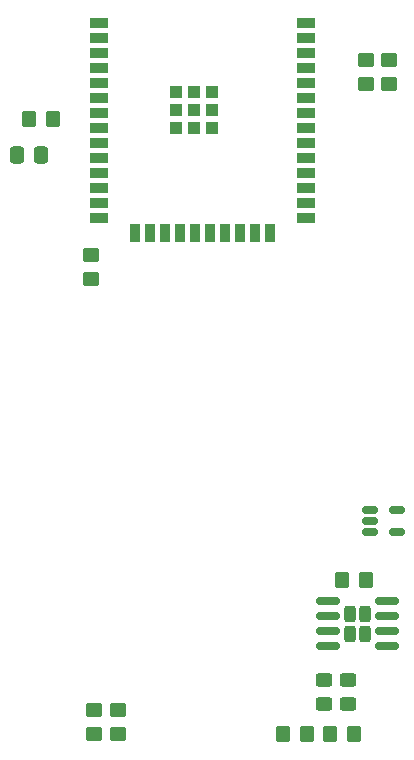
<source format=gbr>
%TF.GenerationSoftware,KiCad,Pcbnew,9.0.2*%
%TF.CreationDate,2025-12-20T20:47:09+01:00*%
%TF.ProjectId,Home sensor ESP32,486f6d65-2073-4656-9e73-6f7220455350,rev?*%
%TF.SameCoordinates,Original*%
%TF.FileFunction,Paste,Top*%
%TF.FilePolarity,Positive*%
%FSLAX46Y46*%
G04 Gerber Fmt 4.6, Leading zero omitted, Abs format (unit mm)*
G04 Created by KiCad (PCBNEW 9.0.2) date 2025-12-20 20:47:09*
%MOMM*%
%LPD*%
G01*
G04 APERTURE LIST*
G04 Aperture macros list*
%AMRoundRect*
0 Rectangle with rounded corners*
0 $1 Rounding radius*
0 $2 $3 $4 $5 $6 $7 $8 $9 X,Y pos of 4 corners*
0 Add a 4 corners polygon primitive as box body*
4,1,4,$2,$3,$4,$5,$6,$7,$8,$9,$2,$3,0*
0 Add four circle primitives for the rounded corners*
1,1,$1+$1,$2,$3*
1,1,$1+$1,$4,$5*
1,1,$1+$1,$6,$7*
1,1,$1+$1,$8,$9*
0 Add four rect primitives between the rounded corners*
20,1,$1+$1,$2,$3,$4,$5,0*
20,1,$1+$1,$4,$5,$6,$7,0*
20,1,$1+$1,$6,$7,$8,$9,0*
20,1,$1+$1,$8,$9,$2,$3,0*%
G04 Aperture macros list end*
%ADD10RoundRect,0.250000X-0.255000X-0.440000X0.255000X-0.440000X0.255000X0.440000X-0.255000X0.440000X0*%
%ADD11RoundRect,0.150000X-0.825000X-0.150000X0.825000X-0.150000X0.825000X0.150000X-0.825000X0.150000X0*%
%ADD12RoundRect,0.150000X-0.512500X-0.150000X0.512500X-0.150000X0.512500X0.150000X-0.512500X0.150000X0*%
%ADD13RoundRect,0.250000X-0.450000X0.350000X-0.450000X-0.350000X0.450000X-0.350000X0.450000X0.350000X0*%
%ADD14RoundRect,0.250000X-0.350000X-0.450000X0.350000X-0.450000X0.350000X0.450000X-0.350000X0.450000X0*%
%ADD15RoundRect,0.250000X-0.450000X0.325000X-0.450000X-0.325000X0.450000X-0.325000X0.450000X0.325000X0*%
%ADD16R,1.500000X0.900000*%
%ADD17R,0.900000X1.500000*%
%ADD18R,1.050000X1.050000*%
%ADD19RoundRect,0.250000X0.450000X-0.350000X0.450000X0.350000X-0.450000X0.350000X-0.450000X-0.350000X0*%
%ADD20RoundRect,0.250000X0.337500X0.475000X-0.337500X0.475000X-0.337500X-0.475000X0.337500X-0.475000X0*%
G04 APERTURE END LIST*
D10*
%TO.C,U3*%
X100200000Y-93875000D03*
X100200000Y-95525000D03*
X101400000Y-93875000D03*
X101400000Y-95525000D03*
D11*
X98325000Y-92795000D03*
X98325000Y-94065000D03*
X98325000Y-95335000D03*
X98325000Y-96605000D03*
X103275000Y-96605000D03*
X103275000Y-95335000D03*
X103275000Y-94065000D03*
X103275000Y-92795000D03*
%TD*%
D12*
%TO.C,U2*%
X101862500Y-85050000D03*
X101862500Y-86000000D03*
X101862500Y-86950000D03*
X104137500Y-86950000D03*
X104137500Y-85050000D03*
%TD*%
D13*
%TO.C,R9*%
X78250000Y-63500000D03*
X78250000Y-65500000D03*
%TD*%
D14*
%TO.C,R2*%
X98500000Y-104000000D03*
X100500000Y-104000000D03*
%TD*%
D13*
%TO.C,R7*%
X101500000Y-47000000D03*
X101500000Y-49000000D03*
%TD*%
%TO.C,R5*%
X78500000Y-102000000D03*
X78500000Y-104000000D03*
%TD*%
D15*
%TO.C,D2*%
X98000000Y-99475000D03*
X98000000Y-101525000D03*
%TD*%
D16*
%TO.C,U1*%
X78930000Y-43865000D03*
X78930000Y-45135000D03*
X78930000Y-46405000D03*
X78930000Y-47675000D03*
X78930000Y-48945000D03*
X78930000Y-50215000D03*
X78930000Y-51485000D03*
X78930000Y-52755000D03*
X78930000Y-54025000D03*
X78930000Y-55295000D03*
X78930000Y-56565000D03*
X78930000Y-57835000D03*
X78930000Y-59105000D03*
X78930000Y-60375000D03*
D17*
X81970000Y-61625000D03*
X83240000Y-61625000D03*
X84510000Y-61625000D03*
X85780000Y-61625000D03*
X87050000Y-61625000D03*
X88320000Y-61625000D03*
X89590000Y-61625000D03*
X90860000Y-61625000D03*
X92130000Y-61625000D03*
X93400000Y-61625000D03*
D16*
X96430000Y-60375000D03*
X96430000Y-59105000D03*
X96430000Y-57835000D03*
X96430000Y-56565000D03*
X96430000Y-55295000D03*
X96430000Y-54025000D03*
X96430000Y-52755000D03*
X96430000Y-51485000D03*
X96430000Y-50215000D03*
X96430000Y-48945000D03*
X96430000Y-47675000D03*
X96430000Y-46405000D03*
X96430000Y-45135000D03*
X96430000Y-43865000D03*
D18*
X85475000Y-49680000D03*
X85475000Y-51205000D03*
X85475000Y-52730000D03*
X87000000Y-49680000D03*
X87000000Y-51205000D03*
X87000000Y-52730000D03*
X88525000Y-49680000D03*
X88525000Y-51205000D03*
X88525000Y-52730000D03*
%TD*%
D15*
%TO.C,D1*%
X100000000Y-99475000D03*
X100000000Y-101525000D03*
%TD*%
D13*
%TO.C,R4*%
X80500000Y-102000000D03*
X80500000Y-104000000D03*
%TD*%
D14*
%TO.C,R3*%
X94500000Y-104000000D03*
X96500000Y-104000000D03*
%TD*%
%TO.C,R1*%
X99500000Y-91000000D03*
X101500000Y-91000000D03*
%TD*%
%TO.C,R8*%
X73000000Y-52000000D03*
X75000000Y-52000000D03*
%TD*%
D19*
%TO.C,R6*%
X103500000Y-49000000D03*
X103500000Y-47000000D03*
%TD*%
D20*
%TO.C,C1*%
X74037500Y-55000000D03*
X71962500Y-55000000D03*
%TD*%
M02*

</source>
